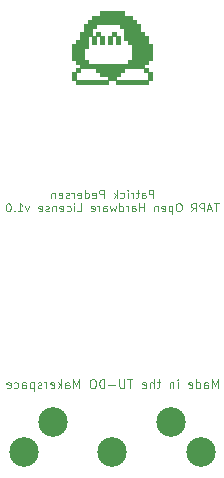
<source format=gbr>
%TF.GenerationSoftware,KiCad,Pcbnew,6.0.7-f9a2dced07~116~ubuntu20.04.1*%
%TF.CreationDate,2022-09-11T17:48:59+02:00*%
%TF.ProjectId,MIDI_OUT,4d494449-5f4f-4555-942e-6b696361645f,2.0*%
%TF.SameCoordinates,Original*%
%TF.FileFunction,Legend,Bot*%
%TF.FilePolarity,Positive*%
%FSLAX46Y46*%
G04 Gerber Fmt 4.6, Leading zero omitted, Abs format (unit mm)*
G04 Created by KiCad (PCBNEW 6.0.7-f9a2dced07~116~ubuntu20.04.1) date 2022-09-11 17:48:59*
%MOMM*%
%LPD*%
G01*
G04 APERTURE LIST*
%ADD10C,0.007000*%
%ADD11C,0.100000*%
%ADD12C,2.499360*%
G04 APERTURE END LIST*
D10*
G36*
X73679357Y-47295329D02*
G01*
X73336722Y-47295329D01*
X73336722Y-46952694D01*
X73679357Y-46952694D01*
X73679357Y-47295329D01*
G37*
X73679357Y-47295329D02*
X73336722Y-47295329D01*
X73336722Y-46952694D01*
X73679357Y-46952694D01*
X73679357Y-47295329D01*
G36*
X74707263Y-47980600D02*
G01*
X74364628Y-47980600D01*
X74364628Y-47295329D01*
X74707263Y-47295329D01*
X74707263Y-47980600D01*
G37*
X74707263Y-47980600D02*
X74364628Y-47980600D01*
X74364628Y-47295329D01*
X74707263Y-47295329D01*
X74707263Y-47980600D01*
G36*
X75049898Y-47295329D02*
G01*
X74707263Y-47295329D01*
X74707263Y-46952694D01*
X75049898Y-46952694D01*
X75049898Y-47295329D01*
G37*
X75049898Y-47295329D02*
X74707263Y-47295329D01*
X74707263Y-46952694D01*
X75049898Y-46952694D01*
X75049898Y-47295329D01*
G36*
X75392534Y-47980600D02*
G01*
X75049898Y-47980600D01*
X75049898Y-47295329D01*
X75392534Y-47295329D01*
X75392534Y-47980600D01*
G37*
X75392534Y-47980600D02*
X75049898Y-47980600D01*
X75049898Y-47295329D01*
X75392534Y-47295329D01*
X75392534Y-47980600D01*
G36*
X73336722Y-47980600D02*
G01*
X72994086Y-47980600D01*
X72994086Y-47295329D01*
X73336722Y-47295329D01*
X73336722Y-47980600D01*
G37*
X73336722Y-47980600D02*
X72994086Y-47980600D01*
X72994086Y-47295329D01*
X73336722Y-47295329D01*
X73336722Y-47980600D01*
G36*
X74021992Y-47980600D02*
G01*
X73679357Y-47980600D01*
X73679357Y-47295329D01*
X74021992Y-47295329D01*
X74021992Y-47980600D01*
G37*
X74021992Y-47980600D02*
X73679357Y-47980600D01*
X73679357Y-47295329D01*
X74021992Y-47295329D01*
X74021992Y-47980600D01*
G36*
X77448346Y-49693777D02*
G01*
X77448346Y-50036412D01*
X75735169Y-50036412D01*
X75735169Y-50379048D01*
X75392534Y-50379048D01*
X75392534Y-50721684D01*
X75049898Y-50721684D01*
X75049898Y-51064319D01*
X77790982Y-51064319D01*
X77790982Y-51406954D01*
X75049898Y-51406954D01*
X75049898Y-51064319D01*
X74364628Y-51064319D01*
X74364628Y-50721684D01*
X73679357Y-50721684D01*
X73679357Y-50379048D01*
X73336722Y-50379048D01*
X73336722Y-50036412D01*
X71966180Y-50036412D01*
X71966180Y-50379048D01*
X71623544Y-50379048D01*
X71623544Y-51064319D01*
X74364628Y-51064319D01*
X74364628Y-51406954D01*
X71623544Y-51406954D01*
X71623544Y-51064319D01*
X71280909Y-51064319D01*
X71280909Y-50379048D01*
X71623544Y-50379048D01*
X71623544Y-50036412D01*
X71966180Y-50036412D01*
X71966180Y-49693777D01*
X71623544Y-49693777D01*
X71623544Y-49351142D01*
X72308815Y-49351142D01*
X72651450Y-49351142D01*
X72651450Y-49693777D01*
X76077805Y-49693777D01*
X76077805Y-49351142D01*
X76420440Y-49351142D01*
X76420440Y-47980600D01*
X76077805Y-47980600D01*
X76077805Y-47637965D01*
X75735169Y-47637965D01*
X75735169Y-46610059D01*
X75392534Y-46610059D01*
X75392534Y-46267423D01*
X73336722Y-46267423D01*
X73336722Y-46610059D01*
X72994086Y-46610059D01*
X72994086Y-47295329D01*
X72651450Y-47295329D01*
X72651450Y-48323236D01*
X72308815Y-48323236D01*
X72308815Y-49351142D01*
X71623544Y-49351142D01*
X71280909Y-49351142D01*
X71280909Y-47980600D01*
X71623544Y-47980600D01*
X71623544Y-47637965D01*
X71966180Y-47637965D01*
X71966180Y-46952694D01*
X72308815Y-46952694D01*
X72308815Y-46267423D01*
X72651450Y-46267423D01*
X72651450Y-45924788D01*
X72994086Y-45924788D01*
X72994086Y-45582152D01*
X73679357Y-45582152D01*
X73679357Y-45239517D01*
X75735169Y-45239517D01*
X75735169Y-45582152D01*
X76420440Y-45582152D01*
X76420440Y-45924788D01*
X76763075Y-45924788D01*
X76763075Y-46267423D01*
X77105711Y-46267423D01*
X77105711Y-46952694D01*
X77448346Y-46952694D01*
X77448346Y-47295329D01*
X77790982Y-47295329D01*
X77790982Y-47980600D01*
X78133617Y-47980600D01*
X78133617Y-49351142D01*
X77790982Y-49351142D01*
X77790982Y-49693777D01*
X77448346Y-49693777D01*
G37*
X77448346Y-49693777D02*
X77448346Y-50036412D01*
X75735169Y-50036412D01*
X75735169Y-50379048D01*
X75392534Y-50379048D01*
X75392534Y-50721684D01*
X75049898Y-50721684D01*
X75049898Y-51064319D01*
X77790982Y-51064319D01*
X77790982Y-51406954D01*
X75049898Y-51406954D01*
X75049898Y-51064319D01*
X74364628Y-51064319D01*
X74364628Y-50721684D01*
X73679357Y-50721684D01*
X73679357Y-50379048D01*
X73336722Y-50379048D01*
X73336722Y-50036412D01*
X71966180Y-50036412D01*
X71966180Y-50379048D01*
X71623544Y-50379048D01*
X71623544Y-51064319D01*
X74364628Y-51064319D01*
X74364628Y-51406954D01*
X71623544Y-51406954D01*
X71623544Y-51064319D01*
X71280909Y-51064319D01*
X71280909Y-50379048D01*
X71623544Y-50379048D01*
X71623544Y-50036412D01*
X71966180Y-50036412D01*
X71966180Y-49693777D01*
X71623544Y-49693777D01*
X71623544Y-49351142D01*
X72308815Y-49351142D01*
X72651450Y-49351142D01*
X72651450Y-49693777D01*
X76077805Y-49693777D01*
X76077805Y-49351142D01*
X76420440Y-49351142D01*
X76420440Y-47980600D01*
X76077805Y-47980600D01*
X76077805Y-47637965D01*
X75735169Y-47637965D01*
X75735169Y-46610059D01*
X75392534Y-46610059D01*
X75392534Y-46267423D01*
X73336722Y-46267423D01*
X73336722Y-46610059D01*
X72994086Y-46610059D01*
X72994086Y-47295329D01*
X72651450Y-47295329D01*
X72651450Y-48323236D01*
X72308815Y-48323236D01*
X72308815Y-49351142D01*
X71623544Y-49351142D01*
X71280909Y-49351142D01*
X71280909Y-47980600D01*
X71623544Y-47980600D01*
X71623544Y-47637965D01*
X71966180Y-47637965D01*
X71966180Y-46952694D01*
X72308815Y-46952694D01*
X72308815Y-46267423D01*
X72651450Y-46267423D01*
X72651450Y-45924788D01*
X72994086Y-45924788D01*
X72994086Y-45582152D01*
X73679357Y-45582152D01*
X73679357Y-45239517D01*
X75735169Y-45239517D01*
X75735169Y-45582152D01*
X76420440Y-45582152D01*
X76420440Y-45924788D01*
X76763075Y-45924788D01*
X76763075Y-46267423D01*
X77105711Y-46267423D01*
X77105711Y-46952694D01*
X77448346Y-46952694D01*
X77448346Y-47295329D01*
X77790982Y-47295329D01*
X77790982Y-47980600D01*
X78133617Y-47980600D01*
X78133617Y-49351142D01*
X77790982Y-49351142D01*
X77790982Y-49693777D01*
X77448346Y-49693777D01*
G36*
X77790982Y-50036412D02*
G01*
X77790982Y-50379048D01*
X78133617Y-50379048D01*
X78133617Y-51064319D01*
X77790982Y-51064319D01*
X77790982Y-50379048D01*
X77448346Y-50379048D01*
X77448346Y-50036412D01*
X77790982Y-50036412D01*
G37*
X77790982Y-50036412D02*
X77790982Y-50379048D01*
X78133617Y-50379048D01*
X78133617Y-51064319D01*
X77790982Y-51064319D01*
X77790982Y-50379048D01*
X77448346Y-50379048D01*
X77448346Y-50036412D01*
X77790982Y-50036412D01*
D11*
X78209906Y-61043366D02*
X78209906Y-60343366D01*
X77943240Y-60343366D01*
X77876573Y-60376700D01*
X77843240Y-60410033D01*
X77809906Y-60476700D01*
X77809906Y-60576700D01*
X77843240Y-60643366D01*
X77876573Y-60676700D01*
X77943240Y-60710033D01*
X78209906Y-60710033D01*
X77209906Y-61043366D02*
X77209906Y-60676700D01*
X77243240Y-60610033D01*
X77309906Y-60576700D01*
X77443240Y-60576700D01*
X77509906Y-60610033D01*
X77209906Y-61010033D02*
X77276573Y-61043366D01*
X77443240Y-61043366D01*
X77509906Y-61010033D01*
X77543240Y-60943366D01*
X77543240Y-60876700D01*
X77509906Y-60810033D01*
X77443240Y-60776700D01*
X77276573Y-60776700D01*
X77209906Y-60743366D01*
X76976573Y-60576700D02*
X76709906Y-60576700D01*
X76876573Y-60343366D02*
X76876573Y-60943366D01*
X76843240Y-61010033D01*
X76776573Y-61043366D01*
X76709906Y-61043366D01*
X76476573Y-61043366D02*
X76476573Y-60576700D01*
X76476573Y-60710033D02*
X76443240Y-60643366D01*
X76409906Y-60610033D01*
X76343240Y-60576700D01*
X76276573Y-60576700D01*
X76043240Y-61043366D02*
X76043240Y-60576700D01*
X76043240Y-60343366D02*
X76076573Y-60376700D01*
X76043240Y-60410033D01*
X76009906Y-60376700D01*
X76043240Y-60343366D01*
X76043240Y-60410033D01*
X75409906Y-61010033D02*
X75476573Y-61043366D01*
X75609906Y-61043366D01*
X75676573Y-61010033D01*
X75709906Y-60976700D01*
X75743240Y-60910033D01*
X75743240Y-60710033D01*
X75709906Y-60643366D01*
X75676573Y-60610033D01*
X75609906Y-60576700D01*
X75476573Y-60576700D01*
X75409906Y-60610033D01*
X75109906Y-61043366D02*
X75109906Y-60343366D01*
X75043240Y-60776700D02*
X74843240Y-61043366D01*
X74843240Y-60576700D02*
X75109906Y-60843366D01*
X74009906Y-61043366D02*
X74009906Y-60343366D01*
X73743240Y-60343366D01*
X73676573Y-60376700D01*
X73643240Y-60410033D01*
X73609906Y-60476700D01*
X73609906Y-60576700D01*
X73643240Y-60643366D01*
X73676573Y-60676700D01*
X73743240Y-60710033D01*
X74009906Y-60710033D01*
X73043240Y-61010033D02*
X73109906Y-61043366D01*
X73243240Y-61043366D01*
X73309906Y-61010033D01*
X73343240Y-60943366D01*
X73343240Y-60676700D01*
X73309906Y-60610033D01*
X73243240Y-60576700D01*
X73109906Y-60576700D01*
X73043240Y-60610033D01*
X73009906Y-60676700D01*
X73009906Y-60743366D01*
X73343240Y-60810033D01*
X72409906Y-61043366D02*
X72409906Y-60343366D01*
X72409906Y-61010033D02*
X72476573Y-61043366D01*
X72609906Y-61043366D01*
X72676573Y-61010033D01*
X72709906Y-60976700D01*
X72743240Y-60910033D01*
X72743240Y-60710033D01*
X72709906Y-60643366D01*
X72676573Y-60610033D01*
X72609906Y-60576700D01*
X72476573Y-60576700D01*
X72409906Y-60610033D01*
X71809906Y-61010033D02*
X71876573Y-61043366D01*
X72009906Y-61043366D01*
X72076573Y-61010033D01*
X72109906Y-60943366D01*
X72109906Y-60676700D01*
X72076573Y-60610033D01*
X72009906Y-60576700D01*
X71876573Y-60576700D01*
X71809906Y-60610033D01*
X71776573Y-60676700D01*
X71776573Y-60743366D01*
X72109906Y-60810033D01*
X71476573Y-61043366D02*
X71476573Y-60576700D01*
X71476573Y-60710033D02*
X71443240Y-60643366D01*
X71409906Y-60610033D01*
X71343240Y-60576700D01*
X71276573Y-60576700D01*
X71076573Y-61010033D02*
X71009906Y-61043366D01*
X70876573Y-61043366D01*
X70809906Y-61010033D01*
X70776573Y-60943366D01*
X70776573Y-60910033D01*
X70809906Y-60843366D01*
X70876573Y-60810033D01*
X70976573Y-60810033D01*
X71043240Y-60776700D01*
X71076573Y-60710033D01*
X71076573Y-60676700D01*
X71043240Y-60610033D01*
X70976573Y-60576700D01*
X70876573Y-60576700D01*
X70809906Y-60610033D01*
X70209906Y-61010033D02*
X70276573Y-61043366D01*
X70409906Y-61043366D01*
X70476573Y-61010033D01*
X70509906Y-60943366D01*
X70509906Y-60676700D01*
X70476573Y-60610033D01*
X70409906Y-60576700D01*
X70276573Y-60576700D01*
X70209906Y-60610033D01*
X70176573Y-60676700D01*
X70176573Y-60743366D01*
X70509906Y-60810033D01*
X69876573Y-60576700D02*
X69876573Y-61043366D01*
X69876573Y-60643366D02*
X69843240Y-60610033D01*
X69776573Y-60576700D01*
X69676573Y-60576700D01*
X69609906Y-60610033D01*
X69576573Y-60676700D01*
X69576573Y-61043366D01*
X83726573Y-61470366D02*
X83326573Y-61470366D01*
X83526573Y-62170366D02*
X83526573Y-61470366D01*
X83126573Y-61970366D02*
X82793240Y-61970366D01*
X83193240Y-62170366D02*
X82959906Y-61470366D01*
X82726573Y-62170366D01*
X82493240Y-62170366D02*
X82493240Y-61470366D01*
X82226573Y-61470366D01*
X82159906Y-61503700D01*
X82126573Y-61537033D01*
X82093240Y-61603700D01*
X82093240Y-61703700D01*
X82126573Y-61770366D01*
X82159906Y-61803700D01*
X82226573Y-61837033D01*
X82493240Y-61837033D01*
X81393240Y-62170366D02*
X81626573Y-61837033D01*
X81793240Y-62170366D02*
X81793240Y-61470366D01*
X81526573Y-61470366D01*
X81459906Y-61503700D01*
X81426573Y-61537033D01*
X81393240Y-61603700D01*
X81393240Y-61703700D01*
X81426573Y-61770366D01*
X81459906Y-61803700D01*
X81526573Y-61837033D01*
X81793240Y-61837033D01*
X80426573Y-61470366D02*
X80293240Y-61470366D01*
X80226573Y-61503700D01*
X80159906Y-61570366D01*
X80126573Y-61703700D01*
X80126573Y-61937033D01*
X80159906Y-62070366D01*
X80226573Y-62137033D01*
X80293240Y-62170366D01*
X80426573Y-62170366D01*
X80493240Y-62137033D01*
X80559906Y-62070366D01*
X80593240Y-61937033D01*
X80593240Y-61703700D01*
X80559906Y-61570366D01*
X80493240Y-61503700D01*
X80426573Y-61470366D01*
X79826573Y-61703700D02*
X79826573Y-62403700D01*
X79826573Y-61737033D02*
X79759906Y-61703700D01*
X79626573Y-61703700D01*
X79559906Y-61737033D01*
X79526573Y-61770366D01*
X79493240Y-61837033D01*
X79493240Y-62037033D01*
X79526573Y-62103700D01*
X79559906Y-62137033D01*
X79626573Y-62170366D01*
X79759906Y-62170366D01*
X79826573Y-62137033D01*
X78926573Y-62137033D02*
X78993240Y-62170366D01*
X79126573Y-62170366D01*
X79193240Y-62137033D01*
X79226573Y-62070366D01*
X79226573Y-61803700D01*
X79193240Y-61737033D01*
X79126573Y-61703700D01*
X78993240Y-61703700D01*
X78926573Y-61737033D01*
X78893240Y-61803700D01*
X78893240Y-61870366D01*
X79226573Y-61937033D01*
X78593240Y-61703700D02*
X78593240Y-62170366D01*
X78593240Y-61770366D02*
X78559906Y-61737033D01*
X78493240Y-61703700D01*
X78393240Y-61703700D01*
X78326573Y-61737033D01*
X78293240Y-61803700D01*
X78293240Y-62170366D01*
X77426573Y-62170366D02*
X77426573Y-61470366D01*
X77426573Y-61803700D02*
X77026573Y-61803700D01*
X77026573Y-62170366D02*
X77026573Y-61470366D01*
X76393240Y-62170366D02*
X76393240Y-61803700D01*
X76426573Y-61737033D01*
X76493240Y-61703700D01*
X76626573Y-61703700D01*
X76693240Y-61737033D01*
X76393240Y-62137033D02*
X76459906Y-62170366D01*
X76626573Y-62170366D01*
X76693240Y-62137033D01*
X76726573Y-62070366D01*
X76726573Y-62003700D01*
X76693240Y-61937033D01*
X76626573Y-61903700D01*
X76459906Y-61903700D01*
X76393240Y-61870366D01*
X76059906Y-62170366D02*
X76059906Y-61703700D01*
X76059906Y-61837033D02*
X76026573Y-61770366D01*
X75993240Y-61737033D01*
X75926573Y-61703700D01*
X75859906Y-61703700D01*
X75326573Y-62170366D02*
X75326573Y-61470366D01*
X75326573Y-62137033D02*
X75393240Y-62170366D01*
X75526573Y-62170366D01*
X75593240Y-62137033D01*
X75626573Y-62103700D01*
X75659906Y-62037033D01*
X75659906Y-61837033D01*
X75626573Y-61770366D01*
X75593240Y-61737033D01*
X75526573Y-61703700D01*
X75393240Y-61703700D01*
X75326573Y-61737033D01*
X75059906Y-61703700D02*
X74926573Y-62170366D01*
X74793240Y-61837033D01*
X74659906Y-62170366D01*
X74526573Y-61703700D01*
X73959906Y-62170366D02*
X73959906Y-61803700D01*
X73993240Y-61737033D01*
X74059906Y-61703700D01*
X74193240Y-61703700D01*
X74259906Y-61737033D01*
X73959906Y-62137033D02*
X74026573Y-62170366D01*
X74193240Y-62170366D01*
X74259906Y-62137033D01*
X74293240Y-62070366D01*
X74293240Y-62003700D01*
X74259906Y-61937033D01*
X74193240Y-61903700D01*
X74026573Y-61903700D01*
X73959906Y-61870366D01*
X73626573Y-62170366D02*
X73626573Y-61703700D01*
X73626573Y-61837033D02*
X73593240Y-61770366D01*
X73559906Y-61737033D01*
X73493240Y-61703700D01*
X73426573Y-61703700D01*
X72926573Y-62137033D02*
X72993240Y-62170366D01*
X73126573Y-62170366D01*
X73193240Y-62137033D01*
X73226573Y-62070366D01*
X73226573Y-61803700D01*
X73193240Y-61737033D01*
X73126573Y-61703700D01*
X72993240Y-61703700D01*
X72926573Y-61737033D01*
X72893240Y-61803700D01*
X72893240Y-61870366D01*
X73226573Y-61937033D01*
X71726573Y-62170366D02*
X72059906Y-62170366D01*
X72059906Y-61470366D01*
X71493240Y-62170366D02*
X71493240Y-61703700D01*
X71493240Y-61470366D02*
X71526573Y-61503700D01*
X71493240Y-61537033D01*
X71459906Y-61503700D01*
X71493240Y-61470366D01*
X71493240Y-61537033D01*
X70859906Y-62137033D02*
X70926573Y-62170366D01*
X71059906Y-62170366D01*
X71126573Y-62137033D01*
X71159906Y-62103700D01*
X71193240Y-62037033D01*
X71193240Y-61837033D01*
X71159906Y-61770366D01*
X71126573Y-61737033D01*
X71059906Y-61703700D01*
X70926573Y-61703700D01*
X70859906Y-61737033D01*
X70293240Y-62137033D02*
X70359906Y-62170366D01*
X70493240Y-62170366D01*
X70559906Y-62137033D01*
X70593240Y-62070366D01*
X70593240Y-61803700D01*
X70559906Y-61737033D01*
X70493240Y-61703700D01*
X70359906Y-61703700D01*
X70293240Y-61737033D01*
X70259906Y-61803700D01*
X70259906Y-61870366D01*
X70593240Y-61937033D01*
X69959906Y-61703700D02*
X69959906Y-62170366D01*
X69959906Y-61770366D02*
X69926573Y-61737033D01*
X69859906Y-61703700D01*
X69759906Y-61703700D01*
X69693240Y-61737033D01*
X69659906Y-61803700D01*
X69659906Y-62170366D01*
X69359906Y-62137033D02*
X69293240Y-62170366D01*
X69159906Y-62170366D01*
X69093240Y-62137033D01*
X69059906Y-62070366D01*
X69059906Y-62037033D01*
X69093240Y-61970366D01*
X69159906Y-61937033D01*
X69259906Y-61937033D01*
X69326573Y-61903700D01*
X69359906Y-61837033D01*
X69359906Y-61803700D01*
X69326573Y-61737033D01*
X69259906Y-61703700D01*
X69159906Y-61703700D01*
X69093240Y-61737033D01*
X68493240Y-62137033D02*
X68559906Y-62170366D01*
X68693240Y-62170366D01*
X68759906Y-62137033D01*
X68793240Y-62070366D01*
X68793240Y-61803700D01*
X68759906Y-61737033D01*
X68693240Y-61703700D01*
X68559906Y-61703700D01*
X68493240Y-61737033D01*
X68459906Y-61803700D01*
X68459906Y-61870366D01*
X68793240Y-61937033D01*
X67693240Y-61703700D02*
X67526573Y-62170366D01*
X67359906Y-61703700D01*
X66726573Y-62170366D02*
X67126573Y-62170366D01*
X66926573Y-62170366D02*
X66926573Y-61470366D01*
X66993240Y-61570366D01*
X67059906Y-61637033D01*
X67126573Y-61670366D01*
X66426573Y-62103700D02*
X66393240Y-62137033D01*
X66426573Y-62170366D01*
X66459906Y-62137033D01*
X66426573Y-62103700D01*
X66426573Y-62170366D01*
X65959906Y-61470366D02*
X65893240Y-61470366D01*
X65826573Y-61503700D01*
X65793240Y-61537033D01*
X65759906Y-61603700D01*
X65726573Y-61737033D01*
X65726573Y-61903700D01*
X65759906Y-62037033D01*
X65793240Y-62103700D01*
X65826573Y-62137033D01*
X65893240Y-62170366D01*
X65959906Y-62170366D01*
X66026573Y-62137033D01*
X66059906Y-62103700D01*
X66093240Y-62037033D01*
X66126573Y-61903700D01*
X66126573Y-61737033D01*
X66093240Y-61603700D01*
X66059906Y-61537033D01*
X66026573Y-61503700D01*
X65959906Y-61470366D01*
X83690468Y-77123485D02*
X83690468Y-76373485D01*
X83440468Y-76909200D01*
X83190468Y-76373485D01*
X83190468Y-77123485D01*
X82511897Y-77123485D02*
X82511897Y-76730628D01*
X82547611Y-76659200D01*
X82619040Y-76623485D01*
X82761897Y-76623485D01*
X82833325Y-76659200D01*
X82511897Y-77087771D02*
X82583325Y-77123485D01*
X82761897Y-77123485D01*
X82833325Y-77087771D01*
X82869040Y-77016342D01*
X82869040Y-76944914D01*
X82833325Y-76873485D01*
X82761897Y-76837771D01*
X82583325Y-76837771D01*
X82511897Y-76802057D01*
X81833325Y-77123485D02*
X81833325Y-76373485D01*
X81833325Y-77087771D02*
X81904754Y-77123485D01*
X82047611Y-77123485D01*
X82119040Y-77087771D01*
X82154754Y-77052057D01*
X82190468Y-76980628D01*
X82190468Y-76766342D01*
X82154754Y-76694914D01*
X82119040Y-76659200D01*
X82047611Y-76623485D01*
X81904754Y-76623485D01*
X81833325Y-76659200D01*
X81190468Y-77087771D02*
X81261897Y-77123485D01*
X81404754Y-77123485D01*
X81476182Y-77087771D01*
X81511897Y-77016342D01*
X81511897Y-76730628D01*
X81476182Y-76659200D01*
X81404754Y-76623485D01*
X81261897Y-76623485D01*
X81190468Y-76659200D01*
X81154754Y-76730628D01*
X81154754Y-76802057D01*
X81511897Y-76873485D01*
X80261897Y-77123485D02*
X80261897Y-76623485D01*
X80261897Y-76373485D02*
X80297611Y-76409200D01*
X80261897Y-76444914D01*
X80226182Y-76409200D01*
X80261897Y-76373485D01*
X80261897Y-76444914D01*
X79904754Y-76623485D02*
X79904754Y-77123485D01*
X79904754Y-76694914D02*
X79869040Y-76659200D01*
X79797611Y-76623485D01*
X79690468Y-76623485D01*
X79619040Y-76659200D01*
X79583325Y-76730628D01*
X79583325Y-77123485D01*
X78761897Y-76623485D02*
X78476182Y-76623485D01*
X78654754Y-76373485D02*
X78654754Y-77016342D01*
X78619040Y-77087771D01*
X78547611Y-77123485D01*
X78476182Y-77123485D01*
X78226182Y-77123485D02*
X78226182Y-76373485D01*
X77904754Y-77123485D02*
X77904754Y-76730628D01*
X77940468Y-76659200D01*
X78011897Y-76623485D01*
X78119040Y-76623485D01*
X78190468Y-76659200D01*
X78226182Y-76694914D01*
X77261897Y-77087771D02*
X77333325Y-77123485D01*
X77476182Y-77123485D01*
X77547611Y-77087771D01*
X77583325Y-77016342D01*
X77583325Y-76730628D01*
X77547611Y-76659200D01*
X77476182Y-76623485D01*
X77333325Y-76623485D01*
X77261897Y-76659200D01*
X77226182Y-76730628D01*
X77226182Y-76802057D01*
X77583325Y-76873485D01*
X76440468Y-76373485D02*
X76011897Y-76373485D01*
X76226182Y-77123485D02*
X76226182Y-76373485D01*
X75761897Y-76373485D02*
X75761897Y-76980628D01*
X75726182Y-77052057D01*
X75690468Y-77087771D01*
X75619040Y-77123485D01*
X75476182Y-77123485D01*
X75404754Y-77087771D01*
X75369040Y-77052057D01*
X75333325Y-76980628D01*
X75333325Y-76373485D01*
X74976182Y-76837771D02*
X74404754Y-76837771D01*
X74047611Y-77123485D02*
X74047611Y-76373485D01*
X73869040Y-76373485D01*
X73761897Y-76409200D01*
X73690468Y-76480628D01*
X73654754Y-76552057D01*
X73619040Y-76694914D01*
X73619040Y-76802057D01*
X73654754Y-76944914D01*
X73690468Y-77016342D01*
X73761897Y-77087771D01*
X73869040Y-77123485D01*
X74047611Y-77123485D01*
X73154754Y-76373485D02*
X73011897Y-76373485D01*
X72940468Y-76409200D01*
X72869040Y-76480628D01*
X72833325Y-76623485D01*
X72833325Y-76873485D01*
X72869040Y-77016342D01*
X72940468Y-77087771D01*
X73011897Y-77123485D01*
X73154754Y-77123485D01*
X73226182Y-77087771D01*
X73297611Y-77016342D01*
X73333325Y-76873485D01*
X73333325Y-76623485D01*
X73297611Y-76480628D01*
X73226182Y-76409200D01*
X73154754Y-76373485D01*
X71940468Y-77123485D02*
X71940468Y-76373485D01*
X71690468Y-76909200D01*
X71440468Y-76373485D01*
X71440468Y-77123485D01*
X70761897Y-77123485D02*
X70761897Y-76730628D01*
X70797611Y-76659200D01*
X70869040Y-76623485D01*
X71011897Y-76623485D01*
X71083325Y-76659200D01*
X70761897Y-77087771D02*
X70833325Y-77123485D01*
X71011897Y-77123485D01*
X71083325Y-77087771D01*
X71119040Y-77016342D01*
X71119040Y-76944914D01*
X71083325Y-76873485D01*
X71011897Y-76837771D01*
X70833325Y-76837771D01*
X70761897Y-76802057D01*
X70404754Y-77123485D02*
X70404754Y-76373485D01*
X70333325Y-76837771D02*
X70119040Y-77123485D01*
X70119040Y-76623485D02*
X70404754Y-76909200D01*
X69511897Y-77087771D02*
X69583325Y-77123485D01*
X69726182Y-77123485D01*
X69797611Y-77087771D01*
X69833325Y-77016342D01*
X69833325Y-76730628D01*
X69797611Y-76659200D01*
X69726182Y-76623485D01*
X69583325Y-76623485D01*
X69511897Y-76659200D01*
X69476182Y-76730628D01*
X69476182Y-76802057D01*
X69833325Y-76873485D01*
X69154754Y-77123485D02*
X69154754Y-76623485D01*
X69154754Y-76766342D02*
X69119040Y-76694914D01*
X69083325Y-76659200D01*
X69011897Y-76623485D01*
X68940468Y-76623485D01*
X68726182Y-77087771D02*
X68654754Y-77123485D01*
X68511897Y-77123485D01*
X68440468Y-77087771D01*
X68404754Y-77016342D01*
X68404754Y-76980628D01*
X68440468Y-76909200D01*
X68511897Y-76873485D01*
X68619040Y-76873485D01*
X68690468Y-76837771D01*
X68726182Y-76766342D01*
X68726182Y-76730628D01*
X68690468Y-76659200D01*
X68619040Y-76623485D01*
X68511897Y-76623485D01*
X68440468Y-76659200D01*
X68083325Y-76623485D02*
X68083325Y-77373485D01*
X68083325Y-76659200D02*
X68011897Y-76623485D01*
X67869040Y-76623485D01*
X67797611Y-76659200D01*
X67761897Y-76694914D01*
X67726182Y-76766342D01*
X67726182Y-76980628D01*
X67761897Y-77052057D01*
X67797611Y-77087771D01*
X67869040Y-77123485D01*
X68011897Y-77123485D01*
X68083325Y-77087771D01*
X67083325Y-77123485D02*
X67083325Y-76730628D01*
X67119040Y-76659200D01*
X67190468Y-76623485D01*
X67333325Y-76623485D01*
X67404754Y-76659200D01*
X67083325Y-77087771D02*
X67154754Y-77123485D01*
X67333325Y-77123485D01*
X67404754Y-77087771D01*
X67440468Y-77016342D01*
X67440468Y-76944914D01*
X67404754Y-76873485D01*
X67333325Y-76837771D01*
X67154754Y-76837771D01*
X67083325Y-76802057D01*
X66404754Y-77087771D02*
X66476182Y-77123485D01*
X66619040Y-77123485D01*
X66690468Y-77087771D01*
X66726182Y-77052057D01*
X66761897Y-76980628D01*
X66761897Y-76766342D01*
X66726182Y-76694914D01*
X66690468Y-76659200D01*
X66619040Y-76623485D01*
X66476182Y-76623485D01*
X66404754Y-76659200D01*
X65797611Y-77087771D02*
X65869040Y-77123485D01*
X66011897Y-77123485D01*
X66083325Y-77087771D01*
X66119040Y-77016342D01*
X66119040Y-76730628D01*
X66083325Y-76659200D01*
X66011897Y-76623485D01*
X65869040Y-76623485D01*
X65797611Y-76659200D01*
X65761897Y-76730628D01*
X65761897Y-76802057D01*
X66119040Y-76873485D01*
D12*
%TO.C,J2*%
X82224880Y-82524600D03*
X74726800Y-82522060D03*
X67228720Y-82524600D03*
X79722980Y-80022700D03*
X69730620Y-80022700D03*
%TD*%
M02*

</source>
